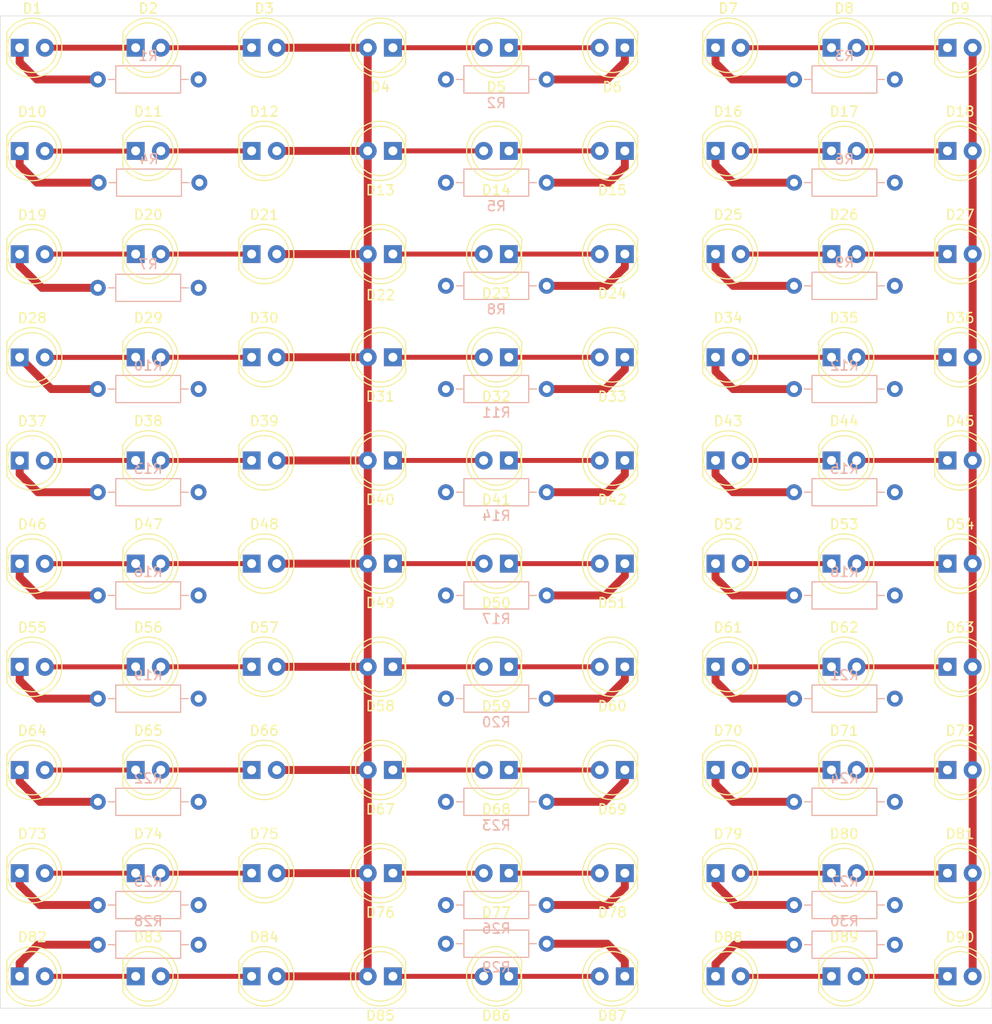
<source format=kicad_pcb>
(kicad_pcb (version 20240108) (generator "pcbnew") (generator_version "8.0")
  (layers (0 "F.Cu" signal) (31 "B.Cu" signal) (34 "B.Paste" user) (35 "F.Paste" user) (36 "B.SilkS" user "B.Silkscreen") (37 "F.SilkS" user "F.Silkscreen") (38 "B.Mask" user) (39 "F.Mask" user) (44 "Edge.Cuts" user))
  (net 0 "")
  (net 1 "Net-(D1-A)")
  (net 2 "Net-(D1-K)")
  (net 3 "Net-(D2-A)")
  (net 4 "+12V")
  (net 5 "Net-(D4-K)")
  (net 6 "Net-(D5-K)")
  (net 7 "Net-(D6-K)")
  (net 8 "Net-(D7-K)")
  (net 9 "Net-(D7-A)")
  (net 10 "Net-(D8-A)")
  (net 11 "Net-(D10-A)")
  (net 12 "Net-(D10-K)")
  (net 13 "Net-(D11-A)")
  (net 14 "Net-(D13-K)")
  (net 15 "Net-(D14-K)")
  (net 16 "Net-(D15-K)")
  (net 17 "Net-(D16-A)")
  (net 18 "Net-(D16-K)")
  (net 19 "Net-(D17-A)")
  (net 20 "Net-(D19-A)")
  (net 21 "Net-(D19-K)")
  (net 22 "Net-(D20-A)")
  (net 23 "Net-(D22-K)")
  (net 24 "Net-(D23-K)")
  (net 25 "Net-(D24-K)")
  (net 26 "Net-(D25-K)")
  (net 27 "Net-(D25-A)")
  (net 28 "Net-(D26-A)")
  (net 29 "Net-(D28-K)")
  (net 30 "Net-(D28-A)")
  (net 31 "Net-(D29-A)")
  (net 32 "Net-(D31-K)")
  (net 33 "Net-(D32-K)")
  (net 34 "Net-(D33-K)")
  (net 35 "Net-(D34-K)")
  (net 36 "Net-(D34-A)")
  (net 37 "Net-(D35-A)")
  (net 38 "Net-(D37-K)")
  (net 39 "Net-(D37-A)")
  (net 40 "Net-(D38-A)")
  (net 41 "Net-(D40-K)")
  (net 42 "Net-(D42-K)")
  (net 43 "Net-(D41-K)")
  (net 44 "Net-(D43-K)")
  (net 45 "Net-(D44-A)")
  (net 46 "Net-(D43-A)")
  (net 47 "Net-(D46-K)")
  (net 48 "Net-(D46-A)")
  (net 49 "Net-(D51-K)")
  (net 50 "Net-(D47-A)")
  (net 51 "Net-(D52-K)")
  (net 52 "Net-(D55-K)")
  (net 53 "Net-(D49-K)")
  (net 54 "Net-(D56-A)")
  (net 55 "Net-(D50-K)")
  (net 56 "Net-(D58-K)")
  (net 57 "Net-(D59-K)")
  (net 58 "Net-(D52-A)")
  (net 59 "Net-(D53-A)")
  (net 60 "Net-(D60-K)")
  (net 61 "Net-(D55-A)")
  (net 62 "Net-(D61-K)")
  (net 63 "Net-(D61-A)")
  (net 64 "Net-(D62-A)")
  (net 65 "Net-(D64-K)")
  (net 66 "Net-(D64-A)")
  (net 67 "Net-(D65-A)")
  (net 68 "Net-(D67-K)")
  (net 69 "Net-(D68-K)")
  (net 70 "Net-(D69-K)")
  (net 71 "Net-(D70-K)")
  (net 72 "Net-(D70-A)")
  (net 73 "Net-(D71-A)")
  (net 74 "Net-(D73-K)")
  (net 75 "Net-(D73-A)")
  (net 76 "Net-(D74-A)")
  (net 77 "Net-(D82-K)")
  (net 78 "Net-(D76-K)")
  (net 79 "Net-(D77-K)")
  (net 80 "Net-(D85-K)")
  (net 81 "Net-(D78-K)")
  (net 82 "Net-(D86-K)")
  (net 83 "Net-(D79-A)")
  (net 84 "Net-(D79-K)")
  (net 85 "Net-(D80-A)")
  (net 86 "Net-(D87-K)")
  (net 87 "Net-(D88-A)")
  (net 88 "Net-(D82-A)")
  (net 89 "Net-(D83-A)")
  (net 90 "Net-(D88-K)")
  (net 91 "Net-(D89-A)")
  (net 92 "GND")
  (footprint "LED_THT:LED_D5.0mm_IRGrey" (layer "F.Cu") (at 173.65375 116.79)
    (property "Reference" "D83")
    (property "Value" "CQY99")
  )
  (footprint "LED_THT:LED_D5.0mm_IRGrey" (layer "F.Cu") (at 255.51 54.396664)
    (property "Reference" "D36")
    (property "Value" "CQY99")
  )
  (footprint "LED_THT:LED_D5.0mm_IRGrey" (layer "F.Cu") (at 232.1225 43.997776)
    (property "Reference" "D25")
    (property "Value" "CQY99")
  )
  (footprint "LED_THT:LED_D5.0mm_IRGrey" (layer "F.Cu") (at 243.81625 95.992216)
    (property "Reference" "D71")
    (property "Value" "CQY99")
  )
  (footprint "LED_THT:LED_D5.0mm_IRGrey" (layer "F.Cu") (at 173.65375 33.598888)
    (property "Reference" "D11")
    (property "Value" "CQY99")
  )
  (footprint "LED_THT:LED_D5.0mm_IRGrey" (layer "F.Cu") (at 232.1225 95.992216)
    (property "Reference" "D70")
    (property "Value" "CQY99")
  )
  (footprint "LED_THT:LED_D5.0mm_IRGrey" (layer "F.Cu") (at 185.3475 23.2)
    (property "Reference" "D3")
    (property "Value" "CQY99")
  )
  (footprint "LED_THT:LED_D5.0mm_IRGrey" (layer "F.Cu") (at 243.81625 23.2)
    (property "Reference" "D8")
    (property "Value" "CQY99")
  )
  (footprint "LED_THT:LED_D5.0mm_IRGrey" (layer "F.Cu") (at 222.97875 64.795552 180)
    (property "Reference" "D42")
    (property "Value" "CQY99")
  )
  (footprint "LED_THT:LED_D5.0mm_IRGrey" (layer "F.Cu") (at 161.96 44.013332)
    (property "Reference" "D19")
    (property "Value" "CQY99")
  )
  (footprint "LED_THT:LED_D5.0mm_IRGrey" (layer "F.Cu") (at 222.97875 116.79 180)
    (property "Reference" "D87")
    (property "Value" "CQY99")
  )
  (footprint "LED_THT:LED_D5.0mm_IRGrey" (layer "F.Cu") (at 199.59125 95.992216 180)
    (property "Reference" "D67")
    (property "Value" "CQY99")
  )
  (footprint "LED_THT:LED_D5.0mm_IRGrey" (layer "F.Cu") (at 161.96 23.2)
    (property "Reference" "D1")
    (property "Value" "CQY99")
  )
  (footprint "LED_THT:LED_D5.0mm_IRGrey" (layer "F.Cu") (at 255.51 23.2)
    (property "Reference" "D9")
    (property "Value" "CQY99")
  )
  (footprint "LED_THT:LED_D5.0mm_IRGrey" (layer "F.Cu") (at 185.3475 43.997776)
    (property "Reference" "D21")
    (property "Value" "CQY99")
  )
  (footprint "LED_THT:LED_D5.0mm_IRGrey" (layer "F.Cu") (at 211.285 23.2 180)
    (property "Reference" "D5")
    (property "Value" "CQY99")
  )
  (footprint "LED_THT:LED_D5.0mm_IRGrey" (layer "F.Cu") (at 173.65375 54.396664)
    (property "Reference" "D29")
    (property "Value" "CQY99")
  )
  (footprint "LED_THT:LED_D5.0mm_IRGrey" (layer "F.Cu") (at 255.51 33.598888)
    (property "Reference" "D18")
    (property "Value" "CQY99")
  )
  (footprint "LED_THT:LED_D5.0mm_IRGrey" (layer "F.Cu") (at 161.96 54.409998)
    (property "Reference" "D28")
    (property "Value" "CQY99")
  )
  (footprint "LED_THT:LED_D5.0mm_IRGrey" (layer "F.Cu") (at 232.1225 23.2)
    (property "Reference" "D7")
    (property "Value" "CQY99")
  )
  (footprint "LED_THT:LED_D5.0mm_IRGrey" (layer "F.Cu") (at 243.81625 85.593328)
    (property "Reference" "D62")
    (property "Value" "CQY99")
  )
  (footprint "LED_THT:LED_D5.0mm_IRGrey" (layer "F.Cu") (at 243.81625 106.391104)
    (property "Reference" "D80")
    (property "Value" "CQY99")
  )
  (footprint "LED_THT:LED_D5.0mm_IRGrey" (layer "F.Cu") (at 232.1225 33.598888)
    (property "Reference" "D16")
    (property "Value" "CQY99")
  )
  (footprint "LED_THT:LED_D5.0mm_IRGrey" (layer "F.Cu") (at 255.51 95.992216)
    (property "Reference" "D72")
    (property "Value" "CQY99")
  )
  (footprint "LED_THT:LED_D5.0mm_IRGrey" (layer "F.Cu") (at 232.1225 116.79)
    (property "Reference" "D88")
    (property "Value" "CQY99")
  )
  (footprint "LED_THT:LED_D5.0mm_IRGrey" (layer "F.Cu") (at 199.59125 75.19444 180)
    (property "Reference" "D49")
    (property "Value" "CQY99")
  )
  (footprint "LED_THT:LED_D5.0mm_IRGrey" (layer "F.Cu") (at 232.1225 64.795552)
    (property "Reference" "D43")
    (property "Value" "CQY99")
  )
  (footprint "LED_THT:LED_D5.0mm_IRGrey" (layer "F.Cu") (at 211.285 116.79 180)
    (property "Reference" "D86")
    (property "Value" "CQY99")
  )
  (footprint "LED_THT:LED_D5.0mm_IRGrey" (layer "F.Cu") (at 243.81625 116.79)
    (property "Reference" "D89")
    (property "Value" "CQY99")
  )
  (footprint "LED_THT:LED_D5.0mm_IRGrey" (layer "F.Cu") (at 232.1225 54.396664)
    (property "Reference" "D34")
    (property "Value" "CQY99")
  )
  (footprint "LED_THT:LED_D5.0mm_IRGrey" (layer "F.Cu") (at 161.96 85.599996)
    (property "Reference" "D55")
    (property "Value" "CQY99")
  )
  (footprint "LED_THT:LED_D5.0mm_IRGrey" (layer "F.Cu") (at 173.65375 106.391104)
    (property "Reference" "D74")
    (property "Value" "CQY99")
  )
  (footprint "LED_THT:LED_D5.0mm_IRGrey" (layer "F.Cu") (at 255.51 116.79)
    (property "Reference" "D90")
    (property "Value" "CQY99")
  )
  (footprint "LED_THT:LED_D5.0mm_IRGrey" (layer "F.Cu") (at 185.3475 85.593328)
    (property "Reference" "D57")
    (property "Value" "CQY99")
  )
  (footprint "LED_THT:LED_D5.0mm_IRGrey" (layer "F.Cu") (at 232.1225 75.19444)
    (property "Reference" "D52")
    (property "Value" "CQY99")
  )
  (footprint "LED_THT:LED_D5.0mm_IRGrey" (layer "F.Cu") (at 211.285 106.391104 180)
    (property "Reference" "D77")
    (property "Value" "CQY99")
  )
  (footprint "LED_THT:LED_D5.0mm_IRGrey" (layer "F.Cu") (at 161.96 64.806664)
    (property "Reference" "D37")
    (property "Value" "CQY99")
  )
  (footprint "LED_THT:LED_D5.0mm_IRGrey" (layer "F.Cu") (at 199.59125 54.396664 180)
    (property "Reference" "D31")
    (property "Value" "CQY99")
  )
  (footprint "LED_THT:LED_D5.0mm_IRGrey" (layer "F.Cu") (at 173.65375 43.997776)
    (property "Reference" "D20")
    (property "Value" "CQY99")
  )
  (footprint "LED_THT:LED_D5.0mm_IRGrey" (layer "F.Cu") (at 222.97875 33.598888 180)
    (property "Reference" "D15")
    (property "Value" "CQY99")
  )
  (footprint "LED_THT:LED_D5.0mm_IRGrey" (layer "F.Cu") (at 222.97875 106.391104 180)
    (property "Reference" "D78")
    (property "Value" "CQY99")
  )
  (footprint "LED_THT:LED_D5.0mm_IRGrey" (layer "F.Cu") (at 255.51 64.795552)
    (property "Reference" "D45")
    (property "Value" "CQY99")
  )
  (footprint "LED_THT:LED_D5.0mm_IRGrey" (layer "F.Cu") (at 211.285 33.598888 180)
    (property "Reference" "D14")
    (property "Value" "CQY99")
  )
  (footprint "LED_THT:LED_D5.0mm_IRGrey" (layer "F.Cu") (at 185.3475 95.992216)
    (property "Reference" "D66")
    (property "Value" "CQY99")
  )
  (footprint "LED_THT:LED_D5.0mm_IRGrey" (layer "F.Cu") (at 185.3475 33.598888)
    (property "Reference" "D12")
    (property "Value" "CQY99")
  )
  (footprint "LED_THT:LED_D5.0mm_IRGrey" (layer "F.Cu") (at 222.97875 23.2 180)
    (property "Reference" "D6")
    (property "Value" "CQY99")
  )
  (footprint "LED_THT:LED_D5.0mm_IRGrey" (layer "F.Cu") (at 199.59125 85.593328 180)
    (property "Reference" "D58")
    (property "Value" "CQY99")
  )
  (footprint "LED_THT:LED_D5.0mm_IRGrey" (layer "F.Cu") (at 161.96 33.616666)
    (property "Reference" "D10")
    (property "Value" "CQY99")
  )
  (footprint "LED_THT:LED_D5.0mm_IRGrey" (layer "F.Cu") (at 243.81625 54.396664)
    (property "Reference" "D35")
    (property "Value" "CQY99")
  )
  (footprint "LED_THT:LED_D5.0mm_IRGrey" (layer "F.Cu") (at 161.96 75.20333)
    (property "Reference" "D46")
    (property "Value" "CQY99")
  )
  (footprint "LED_THT:LED_D5.0mm_IRGrey" (layer "F.Cu") (at 173.65375 95.992216)
    (property "Reference" "D65")
    (property "Value" "CQY99")
  )
  (footprint "LED_THT:LED_D5.0mm_IRGrey" (layer "F.Cu") (at 173.65375 85.593328)
    (property "Reference" "D56")
    (property "Value" "CQY99")
  )
  (footprint "LED_THT:LED_D5.0mm_IRGrey" (layer "F.Cu") (at 173.65375 64.795552)
    (property "Reference" "D38")
    (property "Value" "CQY99")
  )
  (footprint "LED_THT:LED_D5.0mm_IRGrey" (layer "F.Cu") (at 222.97875 43.997776 180)
    (property "Reference" "D24")
    (property "Value" "CQY99")
  )
  (footprint "LED_THT:LED_D5.0mm_IRGrey" (layer "F.Cu") (at 185.3475 54.396664)
    (property "Reference" "D30")
    (property "Value" "CQY99")
  )
  (footprint "LED_THT:LED_D5.0mm_IRGrey" (layer "F.Cu") (at 243.81625 75.19444)
    (property "Reference" "D53")
    (property "Value" "CQY99")
  )
  (footprint "LED_THT:LED_D5.0mm_IRGrey" (layer "F.Cu") (at 243.81625 64.795552)
    (property "Reference" "D44")
    (property "Value" "CQY99")
  )
  (footprint "LED_THT:LED_D5.0mm_IRGrey" (layer "F.Cu") (at 199.59125 43.997776 180)
    (property "Reference" "D22")
    (property "Value" "CQY99")
  )
  (footprint "LED_THT:LED_D5.0mm_IRGrey" (layer "F.Cu") (at 185.3475 116.79)
    (property "Reference" "D84")
    (property "Value" "CQY99")
  )
  (footprint "LED_THT:LED_D5.0mm_IRGrey" (layer "F.Cu") (at 185.3475 75.19444)
    (property "Reference" "D48")
    (property "Value" "CQY99")
  )
  (footprint "LED_THT:LED_D5.0mm_IRGrey" (layer "F.Cu") (at 255.51 75.19444)
    (property "Reference" "D54")
    (property "Value" "CQY99")
  )
  (footprint "LED_THT:LED_D5.0mm_IRGrey" (layer "F.Cu") (at 173.65375 23.2)
    (property "Reference" "D2")
    (property "Value" "CQY99")
  )
  (footprint "LED_THT:LED_D5.0mm_IRGrey" (layer "F.Cu") (at 211.285 75.19444 180)
    (property "Reference" "D50")
    (property "Value" "CQY99")
  )
  (footprint "LED_THT:LED_D5.0mm_IRGrey" (layer "F.Cu") (at 211.285 64.795552 180)
    (property "Reference" "D41")
    (property "Value" "CQY99")
  )
  (footprint "LED_THT:LED_D5.0mm_IRGrey" (layer "F.Cu") (at 161.96 116.79)
    (property "Reference" "D82")
    (property "Value" "CQY99")
  )
  (footprint "LED_THT:LED_D5.0mm_IRGrey" (layer "F.Cu") (at 222.97875 75.19444 180)
    (property "Reference" "D51")
    (property "Value" "CQY99")
  )
  (footprint "LED_THT:LED_D5.0mm_IRGrey" (layer "F.Cu") (at 185.3475 64.795552)
    (property "Reference" "D39")
    (property "Value" "CQY99")
  )
  (footprint "LED_THT:LED_D5.0mm_IRGrey" (layer "F.Cu") (at 185.3475 106.391104)
    (property "Reference" "D75")
    (property "Value" "CQY99")
  )
  (footprint "LED_THT:LED_D5.0mm_IRGrey" (layer "F.Cu") (at 161.96 95.996662)
    (property "Reference" "D64")
    (property "Value" "CQY99")
  )
  (footprint "LED_THT:LED_D5.0mm_IRGrey" (layer "F.Cu") (at 199.59125 23.2 180)
    (property "Reference" "D4")
    (property "Value" "CQY99")
  )
  (footprint "LED_THT:LED_D5.0mm_IRGrey" (layer "F.Cu") (at 199.59125 64.795552 180)
    (property "Reference" "D40")
    (property "Value" "CQY99")
  )
  (footprint "LED_THT:LED_D5.0mm_IRGrey" (layer "F.Cu") (at 173.65375 75.19444)
    (property "Reference" "D47")
    (property "Value" "CQY99")
  )
  (footprint "LED_THT:LED_D5.0mm_IRGrey" (layer "F.Cu") (at 199.59125 33.598888 180)
    (property "Reference" "D13")
    (property "Value" "CQY99")
  )
  (footprint "LED_THT:LED_D5.0mm_IRGrey" (layer "F.Cu") (at 161.96 106.393328)
    (property "Reference" "D73")
    (property "Value" "CQY99")
  )
  (footprint "LED_THT:LED_D5.0mm_IRGrey" (layer "F.Cu") (at 222.97875 54.396664 180)
    (property "Reference" "D33")
    (property "Value" "CQY99")
  )
  (footprint "LED_THT:LED_D5.0mm_IRGrey" (layer "F.Cu") (at 211.285 95.992216 180)
    (property "Reference" "D68")
    (property "Value" "CQY99")
  )
  (footprint "LED_THT:LED_D5.0mm_IRGrey" (layer "F.Cu") (at 255.51 85.593328)
    (property "Reference" "D63")
    (property "Value" "CQY99")
  )
  (footprint "LED_THT:LED_D5.0mm_IRGrey" (layer "F.Cu") (at 199.59125 116.79 180)
    (property "Reference" "D85")
    (property "Value" "CQY99")
  )
  (footprint "LED_THT:LED_D5.0mm_IRGrey" (layer "F.Cu") (at 222.97875 95.992216 180)
    (property "Reference" "D69")
    (property "Value" "CQY99")
  )
  (footprint "LED_THT:LED_D5.0mm_IRGrey" (layer "F.Cu") (at 211.285 43.997776 180)
    (property "Reference" "D23")
    (property "Value" "CQY99")
  )
  (footprint "LED_THT:LED_D5.0mm_IRGrey" (layer "F.Cu") (at 243.81625 43.997776)
    (property "Reference" "D26")
    (property "Value" "CQY99")
  )
  (footprint "LED_THT:LED_D5.0mm_IRGrey" (layer "F.Cu") (at 211.285 85.593328 180)
    (property "Reference" "D59")
    (property "Value" "CQY99")
  )
  (footprint "LED_THT:LED_D5.0mm_IRGrey" (layer "F.Cu") (at 199.59125 106.391104 180)
    (property "Reference" "D76")
    (property "Value" "CQY99")
  )
  (footprint "LED_THT:LED_D5.0mm_IRGrey" (layer "F.Cu") (at 232.1225 85.593328)
    (property "Reference" "D61")
    (property "Value" "CQY99")
  )
  (footprint "LED_THT:LED_D5.0mm_IRGrey" (layer "F.Cu") (at 255.51 43.997776)
    (property "Reference" "D27")
    (property "Value" "CQY99")
  )
  (footprint "LED_THT:LED_D5.0mm_IRGrey" (layer "F.Cu") (at 222.97875 85.593328 180)
    (property "Reference" "D60")
    (property "Value" "CQY99")
  )
  (footprint "LED_THT:LED_D5.0mm_IRGrey" (layer "F.Cu") (at 232.1225 106.391104)
    (property "Reference" "D79")
    (property "Value" "CQY99")
  )
  (footprint "LED_THT:LED_D5.0mm_IRGrey" (layer "F.Cu") (at 255.51 106.391104)
    (property "Reference" "D81")
    (property "Value" "CQY99")
  )
  (footprint "LED_THT:LED_D5.0mm_IRGrey" (layer "F.Cu") (at 211.285 54.396664 180)
    (property "Reference" "D32")
    (property "Value" "CQY99")
  )
  (footprint "LED_THT:LED_D5.0mm_IRGrey" (layer "F.Cu") (at 243.81625 33.598888)
    (property "Reference" "D17")
    (property "Value" "CQY99")
  )
  (footprint "Resistor_THT:R_Axial_DIN0207_L6.3mm_D2.5mm_P10.16mm_Horizontal" (layer "B.Cu") (at 250.2 109.6 180)
    (property "Reference" "R27")
    (property "Value" "R")
  )
  (footprint "Resistor_THT:R_Axial_DIN0207_L6.3mm_D2.5mm_P10.16mm_Horizontal" (layer "B.Cu") (at 204.94 88.8)
    (property "Reference" "R20")
    (property "Value" "R")
  )
  (footprint "Resistor_THT:R_Axial_DIN0207_L6.3mm_D2.5mm_P10.16mm_Horizontal" (layer "B.Cu") (at 250.2 88.8 180)
    (property "Reference" "R21")
    (property "Value" "R")
  )
  (footprint "Resistor_THT:R_Axial_DIN0207_L6.3mm_D2.5mm_P10.16mm_Horizontal" (layer "B.Cu") (at 180 88.8 180)
    (property "Reference" "R19")
    (property "Value" "R")
  )
  (footprint "Resistor_THT:R_Axial_DIN0207_L6.3mm_D2.5mm_P10.16mm_Horizontal" (layer "B.Cu") (at 180 113.6 180)
    (property "Reference" "R28")
    (property "Value" "R")
  )
  (footprint "Resistor_THT:R_Axial_DIN0207_L6.3mm_D2.5mm_P10.16mm_Horizontal" (layer "B.Cu") (at 180 47.4 180)
    (property "Reference" "R7")
    (property "Value" "R")
  )
  (footprint "Resistor_THT:R_Axial_DIN0207_L6.3mm_D2.5mm_P10.16mm_Horizontal" (layer "B.Cu") (at 204.94 109.6)
    (property "Reference" "R26")
    (property "Value" "R")
  )
  (footprint "Resistor_THT:R_Axial_DIN0207_L6.3mm_D2.5mm_P10.16mm_Horizontal" (layer "B.Cu") (at 180 109.6 180)
    (property "Reference" "R25")
    (property "Value" "R")
  )
  (footprint "Resistor_THT:R_Axial_DIN0207_L6.3mm_D2.5mm_P10.16mm_Horizontal" (layer "B.Cu") (at 204.94 26.4)
    (property "Reference" "R2")
    (property "Value" "R")
  )
  (footprint "Resistor_THT:R_Axial_DIN0207_L6.3mm_D2.5mm_P10.16mm_Horizontal" (layer "B.Cu") (at 180.08 36.8 180)
    (property "Reference" "R4")
    (property "Value" "R")
  )
  (footprint "Resistor_THT:R_Axial_DIN0207_L6.3mm_D2.5mm_P10.16mm_Horizontal" (layer "B.Cu") (at 204.94 57.6)
    (property "Reference" "R11")
    (property "Value" "R")
  )
  (footprint "Resistor_THT:R_Axial_DIN0207_L6.3mm_D2.5mm_P10.16mm_Horizontal" (layer "B.Cu") (at 180 26.4 180)
    (property "Reference" "R1")
    (property "Value" "R")
  )
  (footprint "Resistor_THT:R_Axial_DIN0207_L6.3mm_D2.5mm_P10.16mm_Horizontal" (layer "B.Cu") (at 250.2 26.4 180)
    (property "Reference" "R3")
    (property "Value" "R")
  )
  (footprint "Resistor_THT:R_Axial_DIN0207_L6.3mm_D2.5mm_P10.16mm_Horizontal" (layer "B.Cu") (at 250.2 99.2 180)
    (property "Reference" "R24")
    (property "Value" "R")
  )
  (footprint "Resistor_THT:R_Axial_DIN0207_L6.3mm_D2.5mm_P10.16mm_Horizontal" (layer "B.Cu") (at 180 57.6 180)
    (property "Reference" "R10")
    (property "Value" "R")
  )
  (footprint "Resistor_THT:R_Axial_DIN0207_L6.3mm_D2.5mm_P10.16mm_Horizontal" (layer "B.Cu") (at 204.94 113.5)
    (property "Reference" "R29")
    (property "Value" "R")
  )
  (footprint "Resistor_THT:R_Axial_DIN0207_L6.3mm_D2.5mm_P10.16mm_Horizontal" (layer "B.Cu") (at 250.2 36.8 180)
    (property "Reference" "R6")
    (property "Value" "R")
  )
  (footprint "Resistor_THT:R_Axial_DIN0207_L6.3mm_D2.5mm_P10.16mm_Horizontal" (layer "B.Cu") (at 204.94 47.2)
    (property "Reference" "R8")
    (property "Value" "R")
  )
  (footprint "Resistor_THT:R_Axial_DIN0207_L6.3mm_D2.5mm_P10.16mm_Horizontal" (layer "B.Cu") (at 204.94 68)
    (property "Reference" "R14")
    (property "Value" "R")
  )
  (footprint "Resistor_THT:R_Axial_DIN0207_L6.3mm_D2.5mm_P10.16mm_Horizontal" (layer "B.Cu") (at 250.2 113.6 180)
    (property "Reference" "R30")
    (property "Value" "R")
  )
  (footprint "Resistor_THT:R_Axial_DIN0207_L6.3mm_D2.5mm_P10.16mm_Horizontal" (layer "B.Cu") (at 180 99.2 180)
    (property "Reference" "R22")
    (property "Value" "R")
  )
  (footprint "Resistor_THT:R_Axial_DIN0207_L6.3mm_D2.5mm_P10.16mm_Horizontal" (layer "B.Cu") (at 180 78.4 180)
    (property "Reference" "R16")
    (property "Value" "R")
  )
  (footprint "Resistor_THT:R_Axial_DIN0207_L6.3mm_D2.5mm_P10.16mm_Horizontal" (layer "B.Cu") (at 250.2 78.4 180)
    (property "Reference" "R18")
    (property "Value" "R")
  )
  (footprint "Resistor_THT:R_Axial_DIN0207_L6.3mm_D2.5mm_P10.16mm_Horizontal" (layer "B.Cu") (at 204.94 36.8)
    (property "Reference" "R5")
    (property "Value" "R")
  )
  (footprint "Resistor_THT:R_Axial_DIN0207_L6.3mm_D2.5mm_P10.16mm_Horizontal" (layer "B.Cu") (at 250.2 57.6 180)
    (property "Reference" "R12")
    (property "Value" "R")
  )
  (footprint "Resistor_THT:R_Axial_DIN0207_L6.3mm_D2.5mm_P10.16mm_Horizontal" (layer "B.Cu") (at 204.94 78.4)
    (property "Reference" "R17")
    (property "Value" "R")
  )
  (footprint "Resistor_THT:R_Axial_DIN0207_L6.3mm_D2.5mm_P10.16mm_Horizontal" (layer "B.Cu") (at 250.2 68 180)
    (property "Reference" "R15")
    (property "Value" "R")
  )
  (footprint "Resistor_THT:R_Axial_DIN0207_L6.3mm_D2.5mm_P10.16mm_Horizontal" (layer "B.Cu") (at 180 68 180)
    (property "Reference" "R13")
    (property "Value" "R")
  )
  (footprint "Resistor_THT:R_Axial_DIN0207_L6.3mm_D2.5mm_P10.16mm_Horizontal" (layer "B.Cu") (at 250.2 47.2 180)
    (property "Reference" "R9")
    (property "Value" "R")
  )
  (footprint "Resistor_THT:R_Axial_DIN0207_L6.3mm_D2.5mm_P10.16mm_Horizontal" (layer "B.Cu") (at 204.94 99.2)
    (property "Reference" "R23")
    (property "Value" "R")
  )
  (gr_rect (start 160 20) (end 260 120) (stroke (width 0.05)) (fill none) (layer "Edge.Cuts"))
  (segment (start 164.5 23.2) (end 173.65375 23.2) (width 0.6) (layer "F.Cu") (net 1))
  (segment (start 161.96 24.66) (end 163.7 26.4) (width 0.8) (layer "F.Cu") (net 2))
  (segment (start 161.96 23.2) (end 161.96 24.66) (width 0.8) (layer "F.Cu") (net 2))
  (segment (start 163.7 26.4) (end 169.84 26.4) (width 0.8) (layer "F.Cu") (net 2))
  (segment (start 176.19375 23.2) (end 185.3475 23.2) (width 0.5) (layer "F.Cu") (net 3))
  (segment (start 197.05125 85.593328) (end 197.05125 95.992216) (width 0.8) (layer "F.Cu") (net 4))
  (segment (start 258.05 85.593328) (end 258.05 75.19444) (width 0.8) (layer "F.Cu") (net 4))
  (segment (start 197.05125 64.795552) (end 187.8875 64.795552) (width 0.8) (layer "F.Cu") (net 4))
  (segment (start 258.05 106.391104) (end 258.05 95.992216) (width 0.8) (layer "F.Cu") (net 4))
  (segment (start 197.05125 106.391104) (end 197.05125 95.992216) (width 0.8) (layer "F.Cu") (net 4))
  (segment (start 197.05125 85.593328) (end 197.05125 75.19444) (width 0.8) (layer "F.Cu") (net 4))
  (segment (start 197.05125 75.19444) (end 197.05125 64.795552) (width 0.8) (layer "F.Cu") (net 4))
  (segment (start 258.05 43.997776) (end 258.05 33.598888) (width 0.8) (layer "F.Cu") (net 4))
  (segment (start 187.8875 23.2) (end 197.05125 23.2) (width 0.8) (layer "F.Cu") (net 4))
  (segment (start 197.05125 116.79) (end 187.8875 116.79) (width 0.8) (layer "F.Cu") (net 4))
  (segment (start 258.05 75.19444) (end 258.05 64.795552) (width 0.8) (layer "F.Cu") (net 4))
  (segment (start 197.05125 85.593328) (end 187.8875 85.593328) (width 0.8) (layer "F.Cu") (net 4))
  (segment (start 258.05 33.598888) (end 258.05 23.2) (width 0.8) (layer "F.Cu") (net 4))
  (segment (start 258.05 64.795552) (end 258.05 54.396664) (width 0.8) (layer "F.Cu") (net 4))
  (segment (start 258.05 54.396664) (end 258.05 43.997776) (width 0.8) (layer "F.Cu") (net 4))
  (segment (start 187.8875 33.598888) (end 197.05125 33.598888) (width 0.8) (layer "F.Cu") (net 4))
  (segment (start 197.05125 43.997776) (end 197.05125 33.598888) (width 0.8) (layer "F.Cu") (net 4))
  (segment (start 197.05125 54.396664) (end 197.05125 64.795552) (width 0.8) (layer "F.Cu") (net 4))
  (segment (start 197.05125 106.391104) (end 187.8875 106.391104) (width 0.8) (layer "F.Cu") (net 4))
  (segment (start 187.8875 95.992216) (end 197.05125 95.992216) (width 0.8) (layer "F.Cu") (net 4))
  (segment (start 197.05125 54.396664) (end 187.8875 54.396664) (width 0.8) (layer "F.Cu") (net 4))
  (segment (start 258.05 116.79) (end 258.05 106.391104) (width 0.8) (layer "F.Cu") (net 4))
  (segment (start 197.05125 116.79) (end 197.05125 106.391104) (width 0.8) (layer "F.Cu") (net 4))
  (segment (start 197.05125 33.598888) (end 197.05125 23.2) (width 0.8) (layer "F.Cu") (net 4))
  (segment (start 197.05125 43.997776) (end 197.05125 54.396664) (width 0.8) (layer "F.Cu") (net 4))
  (segment (start 258.05 95.992216) (end 258.05 85.593328) (width 0.8) (layer "F.Cu") (net 4))
  (segment (start 197.05125 43.997776) (end 187.8875 43.997776) (width 0.8) (layer "F.Cu") (net 4))
  (segment (start 197.05125 75.19444) (end 187.8875 75.19444) (width 0.8) (layer "F.Cu") (net 4))
  (segment (start 199.59125 23.2) (end 208.745 23.2) (width 0.5) (layer "F.Cu") (net 5))
  (segment (start 211.285 23.2) (end 220.43875 23.2) (width 0.5) (layer "F.Cu") (net 6))
  (segment (start 221.2 26.4) (end 222.97875 24.62125) (width 0.8) (layer "F.Cu") (net 7))
  (segment (start 215.1 26.4) (end 221.2 26.4) (width 0.8) (layer "F.Cu") (net 7))
  (segment (start 222.97875 24.62125) (end 222.97875 23.2) (width 0.8) (layer "F.Cu") (net 7))
  (segment (start 233.8 26.4) (end 232.1225 24.7225) (width 0.8) (layer "F.Cu") (net 8))
  (segment (start 240.04 26.4) (end 233.8 26.4) (width 0.8) (layer "F.Cu") (net 8))
  (segment (start 232.1225 24.7225) (end 232.1225 23.2) (width 0.8) (layer "F.Cu") (net 8))
  (segment (start 234.6625 23.2) (end 243.81625 23.2) (width 0.5) (layer "F.Cu") (net 9))
  (segment (start 246.35625 23.2) (end 255.51 23.2) (width 0.5) (layer "F.Cu") (net 10))
  (segment (start 173.635972 33.616666) (end 173.65375 33.598888) (width 0.5) (layer "F.Cu") (net 11))
  (segment (start 164.5 33.616666) (end 173.635972 33.616666) (width 0.5) (layer "F.Cu") (net 11))
  (segment (start 169.92 36.8) (end 163.7 36.8) (width 0.8) (layer "F.Cu") (net 12))
  (segment (start 163.7 36.8) (end 161.96 35.06) (width 0.8) (layer "F.Cu") (net 12))
  (segment (start 161.96 35.06) (end 161.96 33.616666) (width 0.8) (layer "F.Cu") (net 12))
  (segment (start 176.19375 33.598888) (end 185.3475 33.598888) (width 0.5) (layer "F.Cu") (net 13))
  (segment (start 199.59125 33.598888) (end 208.745 33.598888) (width 0.5) (layer "F.Cu") (net 14))
  (segment (start 211.285 33.598888) (end 220.43875 33.598888) (width 0.5) (layer "F.Cu") (net 15))
  (segment (start 215.1 36.8) (end 221.4 36.8) (width 0.8) (layer "F.Cu") (net 16))
  (segment (start 221.4 36.8) (end 222.97875 35.22125) (width 0.8) (layer "F.Cu") (net 16))
  (segment (start 222.97875 35.22125) (end 222.97875 33.598888) (width 0.8) (layer "F.Cu") (net 16))
  (segment (start 234.6625 33.598888) (end 243.81625 33.598888) (width 0.5) (layer "F.Cu") (net 17))
  (segment (start 240.04 36.8) (end 233.9 36.8) (width 0.8) (layer "F.Cu") (net 18))
  (segment (start 232.1225 35.0225) (end 232.1225 33.598888) (width 0.8) (layer "F.Cu") (net 18))
  (segment (start 233.9 36.8) (end 232.1225 35.0225) (width 0.8) (layer "F.Cu") (net 18))
  (segment (start 255.51 33.598888) (end 246.35625 33.598888) (width 0.5) (layer "F.Cu") (net 19))
  (segment (start 164.515556 43.997776) (end 164.5 44.013332) (width 0.5) (layer "F.Cu") (net 20))
  (segment (start 173.65375 43.997776) (end 164.515556 43.997776) (width 0.5) (layer "F.Cu") (net 20))
  (segment (start 164.2 47.4) (end 161.96 45.16) (width 0.8) (layer "F.Cu") (net 21))
  (segment (start 169.84 47.4) (end 164.2 47.4) (width 0.8) (layer "F.Cu") (net 21))
  (segment (start 161.96 45.16) (end 161.96 44.013332) (width 0.8) (layer "F.Cu") (net 21))
  (segment (start 185.3475 43.997776) (end 176.19375 43.997776) (width 0.5) (layer "F.Cu") (net 22))
  (segment (start 199.59125 43.997776) (end 208.745 43.997776) (width 0.5) (layer "F.Cu") (net 23))
  (segment (start 220.43875 43.997776) (end 211.285 43.997776) (width 0.5) (layer "F.Cu") (net 24))
  (segment (start 221.1 47.2) (end 222.97875 45.32125) (width 0.8) (layer "F.Cu") (net 25))
  (segment (start 222.97875 45.32125) (end 222.97875 43.997776) (width 0.8) (layer "F.Cu") (net 25))
  (segment (start 215.1 47.2) (end 221.1 47.2) (width 0.8) (layer "F.Cu") (net 25))
  (segment (start 232.1225 45.4225) (end 232.1225 43.997776) (width 0.8) (layer "F.Cu") (net 26))
  (segment (start 233.9 47.2) (end 232.1225 45.4225) (width 0.8) (layer "F.Cu") (net 26))
  (segment (start 240.04 47.2) (end 233.9 47.2) (width 0.8) (layer "F.Cu") (net 26))
  (segment (start 243.81625 43.997776) (end 234.6625 43.997776) (width 0.5) (layer "F.Cu") (net 27))
  (segment (start 255.51 43.997776) (end 246.35625 43.997776) (width 0.5) (layer "F.Cu") (net 28))
  (segment (start 165.150002 57.6) (end 161.96 54.409998) (width 0.8) (layer "F.Cu") (net 29))
  (segment (start 169.84 57.6) (end 165.150002 57.6) (width 0.8) (layer "F.Cu") (net 29))
  (segment (start 164.5 54.409998) (end 173.640416 54.409998) (width 0.5) (layer "F.Cu") (net 30))
  (segment (start 173.640416 54.409998) (end 173.65375 54.396664) (width 0.5) (layer "F.Cu") (net 30))
  (segment (start 176.19375 54.396664) (end 185.3475 54.396664) (width 0.5) (layer "F.Cu") (net 31))
  (segment (start 208.745 54.396664) (end 199.59125 54.396664) (width 0.5) (layer "F.Cu") (net 32))
  (segment (start 220.43875 54.396664) (end 211.285 54.396664) (width 0.5) (layer "F.Cu") (net 33))
  (segment (start 222.97875 55.62125) (end 222.97875 54.396664) (width 0.8) (layer "F.Cu") (net 34))
  (segment (start 221 57.6) (end 222.97875 55.62125) (width 0.8) (layer "F.Cu") (net 34))
  (segment (start 215.1 57.6) (end 221 57.6) (width 0.8) (layer "F.Cu") (net 34))
  (segment (start 240.04 57.6) (end 233.9 57.6) (width 0.8) (layer "F.Cu") (net 35))
  (segment (start 232.1225 55.8225) (end 232.1225 54.396664) (width 0.8) (layer "F.Cu") (net 35))
  (segment (start 233.9 57.6) (end 232.1225 55.8225) (width 0.8) (layer "F.Cu") (net 35))
  (segment (start 243.81625 54.396664) (end 234.6625 54.396664) (width 0.5) (layer "F.Cu") (net 36))
  (segment (start 255.51 54.396664) (end 246.35625 54.396664) (width 0.5) (layer "F.Cu") (net 37))
  (segment (start 163.8 68) (end 161.96 66.16) (width 0.8) (layer "F.Cu") (net 38))
  (segment (start 169.84 68) (end 163.8 68) (width 0.8) (layer "F.Cu") (net 38))
  (segment (start 161.96 66.16) (end 161.96 64.806664) (width 0.8) (layer "F.Cu") (net 38))
  (segment (start 164.511112 64.795552) (end 164.5 64.806664) (width 0.5) (layer "F.Cu") (net 39))
  (segment (start 173.65375 64.795552) (end 164.511112 64.795552) (width 0.5) (layer "F.Cu") (net 39))
  (segment (start 185.3475 64.795552) (end 176.19375 64.795552) (width 0.5) (layer "F.Cu") (net 40))
  (segment (start 199.59125 64.795552) (end 208.745 64.795552) (width 0.5) (layer "F.Cu") (net 41))
  (segment (start 221.2 68) (end 222.97875 66.22125) (width 0.8) (layer "F.Cu") (net 42))
  (segment (start 215.1 68) (end 221.2 68) (width 0.8) (layer "F.Cu") (net 42))
  (segment (start 222.97875 66.22125) (end 222.97875 64.795552) (width 0.8) (layer "F.Cu") (net 42))
  (segment (start 220.43875 64.795552) (end 211.285 64.795552) (width 0.5) (layer "F.Cu") (net 43))
  (segment (start 232.1225 66.2225) (end 232.1225 64.795552) (width 0.8) (layer "F.Cu") (net 44))
  (segment (start 240.04 68) (end 233.9 68) (width 0.8) (layer "F.Cu") (net 44))
  (segment (start 233.9 68) (end 232.1225 66.2225) (width 0.8) (layer "F.Cu") (net 44))
  (segment (start 246.35625 64.795552) (end 255.51 64.795552) (width 0.5) (layer "F.Cu") (net 45))
  (segment (start 234.6625 64.795552) (end 243.81625 64.795552) (width 0.5) (layer "F.Cu") (net 46))
  (segment (start 161.96 76.56) (end 161.96 75.20333) (width 0.8) (layer "F.Cu") (net 47))
  (segment (start 163.8 78.4) (end 161.96 76.56) (width 0.8) (layer "F.Cu") (net 47))
  (segment (start 169.84 78.4) (end 163.8 78.4) (width 0.8) (layer "F.Cu") (net 47))
  (segment (start 164.5 75.20333) (end 173.64486 75.20333) (width 0.5) (layer "F.Cu") (net 48))
  (segment (start 173.64486 75.20333) (end 173.65375 75.19444) (width 0.5) (layer "F.Cu") (net 48))
  (segment (start 222.97875 76.42125) (end 222.97875 75.19444) (width 0.8) (layer "F.Cu") (net 49))
  (segment (start 221 78.4) (end 222.97875 76.42125) (width 0.8) (layer "F.Cu") (net 49))
  (segment (start 215.1 78.4) (end 221 78.4) (width 0.8) (layer "F.Cu") (net 49))
  (segment (start 176.19375 75.19444) (end 185.3475 75.19444) (width 0.5) (layer "F.Cu") (net 50))
  (segment (start 232.1225 76.6225) (end 232.1225 75.19444) (width 0.8) (layer "F.Cu") (net 51))
  (segment (start 233.9 78.4) (end 232.1225 76.6225) (width 0.8) (layer "F.Cu") (net 51))
  (segment (start 240.04 78.4) (end 233.9 78.4) (width 0.8) (layer "F.Cu") (net 51))
  (segment (start 161.96 86.96) (end 163.8 88.8) (width 0.8) (layer "F.Cu") (net 52))
  (segment (start 161.96 85.599996) (end 161.96 86.96) (width 0.8) (layer "F.Cu") (net 52))
  (segment (start 163.8 88.8) (end 169.84 88.8) (width 0.8) (layer "F.Cu") (net 52))
  (segment (start 199.59125 75.19444) (end 208.745 75.19444) (width 0.5) (layer "F.Cu") (net 53))
  (segment (start 185.3475 85.593328) (end 176.19375 85.593328) (width 0.5) (layer "F.Cu") (net 54))
  (segment (start 220.43875 75.19444) (end 211.285 75.19444) (width 0.5) (layer "F.Cu") (net 55))
  (segment (start 208.745 85.593328) (end 199.59125 85.593328) (width 0.5) (layer "F.Cu") (net 56))
  (segment (start 220.43875 85.593328) (end 211.285 85.593328) (width 0.5) (layer "F.Cu") (net 57))
  (segment (start 243.81625 75.19444) (end 234.6625 75.19444) (width 0.5) (layer "F.Cu") (net 58))
  (segment (start 255.51 75.19444) (end 246.35625 75.19444) (width 0.5) (layer "F.Cu") (net 59))
  (segment (start 222.97875 86.92125) (end 222.97875 85.593328) (width 0.8) (layer "F.Cu") (net 60))
  (segment (start 221.1 88.8) (end 222.97875 86.92125) (width 0.8) (layer "F.Cu") (net 60))
  (segment (start 215.1 88.8) (end 221.1 88.8) (width 0.8) (layer "F.Cu") (net 60))
  (segment (start 164.5 85.599996) (end 173.647082 85.599996) (width 0.5) (layer "F.Cu") (net 61))
  (segment (start 173.647082 85.599996) (end 173.65375 85.593328) (width 0.5) (layer "F.Cu") (net 61))
  (segment (start 240.04 88.8) (end 233.9 88.8) (width 0.8) (layer "F.Cu") (net 62))
  (segment (start 233.9 88.8) (end 232.1225 87.0225) (width 0.8) (layer "F.Cu") (net 62))
  (segment (start 232.1225 87.0225) (end 232.1225 85.593328) (width 0.8) (layer "F.Cu") (net 62))
  (segment (start 243.81625 85.593328) (end 234.6625 85.593328) (width 0.5) (layer "F.Cu") (net 63))
  (segment (start 255.51 85.593328) (end 246.35625 85.593328) (width 0.5) (layer "F.Cu") (net 64))
  (segment (start 164 99.2) (end 161.96 97.16) (width 0.8) (layer "F.Cu") (net 65))
  (segment (start 161.96 97.16) (end 161.96 95.996662) (width 0.8) (layer "F.Cu") (net 65))
  (segment (start 169.84 99.2) (end 164 99.2) (width 0.8) (layer "F.Cu") (net 65))
  (segment (start 164.5 95.996662) (end 173.649304 95.996662) (width 0.5) (layer "F.Cu") (net 66))
  (segment (start 173.649304 95.996662) (end 173.65375 95.992216) (width 0.5) (layer "F.Cu") (net 66))
  (segment (start 176.19375 95.992216) (end 185.3475 95.992216) (width 0.5) (layer "F.Cu") (net 67))
  (segment (start 199.59125 95.992216) (end 208.745 95.992216) (width 0.5) (layer "F.Cu") (net 68))
  (segment (start 211.285 95.992216) (end 220.43875 95.992216) (width 0.5) (layer "F.Cu") (net 69))
  (segment (start 222.97875 97.12125) (end 222.97875 95.992216) (width 0.8) (layer "F.Cu") (net 70))
  (segment (start 220.9 99.2) (end 222.97875 97.12125) (width 0.8) (layer "F.Cu") (net 70))
  (segment (start 215.1 99.2) (end 220.9 99.2) (width 0.8) (layer "F.Cu") (net 70))
  (segment (start 233.9 99.2) (end 232.1225 97.4225) (width 0.8) (layer "F.Cu") (net 71))
  (segment (start 232.1225 97.4225) (end 232.1225 95.992216) (width 0.8) (layer "F.Cu") (net 71))
  (segment (start 240.04 99.2) (end 233.9 99.2) (width 0.8) (layer "F.Cu") (net 71))
  (segment (start 234.6625 95.992216) (end 243.81625 95.992216) (width 0.5) (layer "F.Cu") (net 72))
  (segment (start 255.51 95.992216) (end 246.35625 95.992216) (width 0.5) (layer "F.Cu") (net 73))
  (segment (start 164 109.6) (end 161.96 107.56) (width 0.8) (layer "F.Cu") (net 74))
  (segment (start 161.96 107.56) (end 161.96 106.393328) (width 0.8) (layer "F.Cu") (net 74))
  (segment (start 169.84 109.6) (end 164 109.6) (width 0.8) (layer "F.Cu") (net 74))
  (segment (start 164.502224 106.391104) (end 164.5 106.393328) (width 0.5) (layer "F.Cu") (net 75))
  (segment (start 173.65375 106.391104) (end 164.502224 106.391104) (width 0.5) (layer "F.Cu") (net 75))
  (segment (start 185.3475 106.391104) (end 176.19375 106.391104) (width 0.5) (layer "F.Cu") (net 76))
  (segment (start 161.96 115.44) (end 161.96 116.79) (width 0.8) (layer "F.Cu") (net 77))
  (segment (start 169.84 113.6) (end 163.8 113.6) (width 0.8) (layer "F.Cu") (net 77))
  (segment (start 163.8 113.6) (end 161.96 115.44) (width 0.8) (layer "F.Cu") (net 77))
  (segment (start 199.59125 106.391104) (end 208.745 106.391104) (width 0.5) (layer "F.Cu") (net 78))
  (segment (start 211.285 106.391104) (end 220.43875 106.391104) (width 0.5) (layer "F.Cu") (net 79))
  (segment (start 199.59125 116.79) (end 208.745 116.79) (width 0.5) (layer "F.Cu") (net 80))
  (segment (start 215.1 109.6) (end 221.2 109.6) (width 0.8) (layer "F.Cu") (net 81))
  (segment (start 221.2 109.6) (end 222.97875 107.82125) (width 0.8) (layer "F.Cu") (net 81))
  (segment (start 222.97875 107.82125) (end 222.97875 106.391104) (width 0.8) (layer "F.Cu") (net 81))
  (segment (start 211.285 116.79) (end 220.43875 116.79) (width 0.5) (layer "F.Cu") (net 82))
  (segment (start 243.81625 106.391104) (end 234.6625 106.391104) (width 0.5) (layer "F.Cu") (net 83))
  (segment (start 232.1225 107.5225) (end 232.1225 106.391104) (width 0.8) (layer "F.Cu") (net 84))
  (segment (start 240.04 109.6) (end 234.2 109.6) (width 0.8) (layer "F.Cu") (net 84))
  (segment (start 234.2 109.6) (end 232.1225 107.5225) (width 0.8) (layer "F.Cu") (net 84))
  (segment (start 255.51 106.391104) (end 246.35625 106.391104) (width 0.5) (layer "F.Cu") (net 85))
  (segment (start 221.2 113.5) (end 222.97875 115.27875) (width 0.8) (layer "F.Cu") (net 86))
  (segment (start 222.97875 115.27875) (end 222.97875 116.79) (width 0.8) (layer "F.Cu") (net 86))
  (segment (start 215.1 113.5) (end 221.2 113.5) (width 0.8) (layer "F.Cu") (net 86))
  (segment (start 234.6625 116.79) (end 243.81625 116.79) (width 0.5) (layer "F.Cu") (net 87))
  (segment (start 164.5 116.79) (end 173.65375 116.79) (width 0.5) (layer "F.Cu") (net 88))
  (segment (start 185.3475 116.79) (end 176.19375 116.79) (width 0.5) (layer "F.Cu") (net 89))
  (segment (start 234.05625 113.6) (end 232.1225 115.53375) (width 0.8) (layer "F.Cu") (net 90))
  (segment (start 240.04 113.6) (end 234.05625 113.6) (width 0.8) (layer "F.Cu") (net 90))
  (segment (start 232.1225 115.53375) (end 232.1225 116.79) (width 0.8) (layer "F.Cu") (net 90))
  (segment (start 246.35625 116.79) (end 255.51 116.79) (width 0.5) (layer "F.Cu") (net 91))
)
</source>
